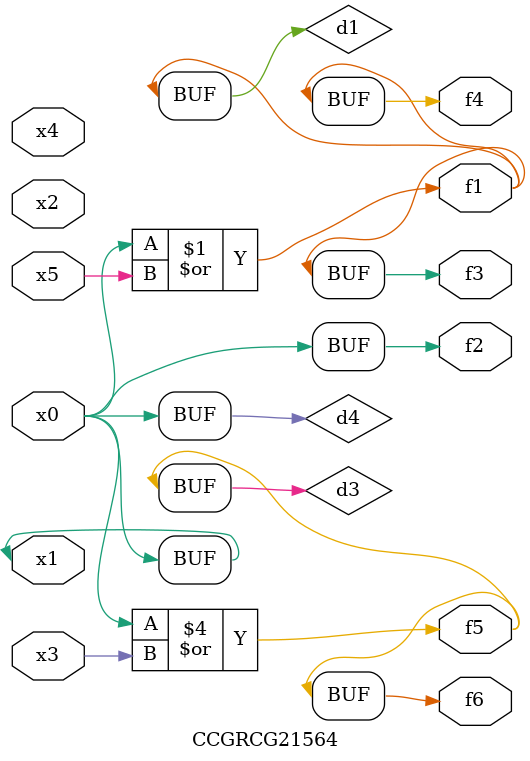
<source format=v>
module CCGRCG21564(
	input x0, x1, x2, x3, x4, x5,
	output f1, f2, f3, f4, f5, f6
);

	wire d1, d2, d3, d4;

	or (d1, x0, x5);
	xnor (d2, x1, x4);
	or (d3, x0, x3);
	buf (d4, x0, x1);
	assign f1 = d1;
	assign f2 = d4;
	assign f3 = d1;
	assign f4 = d1;
	assign f5 = d3;
	assign f6 = d3;
endmodule

</source>
